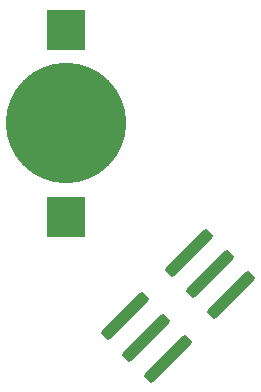
<source format=gts>
%TF.GenerationSoftware,KiCad,Pcbnew,8.0.4*%
%TF.CreationDate,2024-08-07T01:10:06-04:00*%
%TF.ProjectId,heart-sao,68656172-742d-4736-916f-2e6b69636164,rev?*%
%TF.SameCoordinates,Original*%
%TF.FileFunction,Soldermask,Top*%
%TF.FilePolarity,Negative*%
%FSLAX46Y46*%
G04 Gerber Fmt 4.6, Leading zero omitted, Abs format (unit mm)*
G04 Created by KiCad (PCBNEW 8.0.4) date 2024-08-07 01:10:06*
%MOMM*%
%LPD*%
G01*
G04 APERTURE LIST*
G04 Aperture macros list*
%AMRoundRect*
0 Rectangle with rounded corners*
0 $1 Rounding radius*
0 $2 $3 $4 $5 $6 $7 $8 $9 X,Y pos of 4 corners*
0 Add a 4 corners polygon primitive as box body*
4,1,4,$2,$3,$4,$5,$6,$7,$8,$9,$2,$3,0*
0 Add four circle primitives for the rounded corners*
1,1,$1+$1,$2,$3*
1,1,$1+$1,$4,$5*
1,1,$1+$1,$6,$7*
1,1,$1+$1,$8,$9*
0 Add four rect primitives between the rounded corners*
20,1,$1+$1,$2,$3,$4,$5,0*
20,1,$1+$1,$4,$5,$6,$7,0*
20,1,$1+$1,$6,$7,$8,$9,0*
20,1,$1+$1,$8,$9,$2,$3,0*%
G04 Aperture macros list end*
%ADD10R,3.300000X3.500000*%
%ADD11C,10.200000*%
%ADD12RoundRect,0.255000X1.407142X1.767767X-1.767767X-1.407142X-1.407142X-1.767767X1.767767X1.407142X0*%
G04 APERTURE END LIST*
D10*
%TO.C,BT1*%
X130556000Y-90144000D03*
X130556000Y-105944000D03*
D11*
X130556000Y-98044000D03*
%TD*%
D12*
%TO.C,J1*%
X144497549Y-112599304D03*
X139123537Y-117973316D03*
X142701498Y-110803253D03*
X137327486Y-116177265D03*
X140905447Y-109007202D03*
X135531435Y-114381214D03*
%TD*%
M02*

</source>
